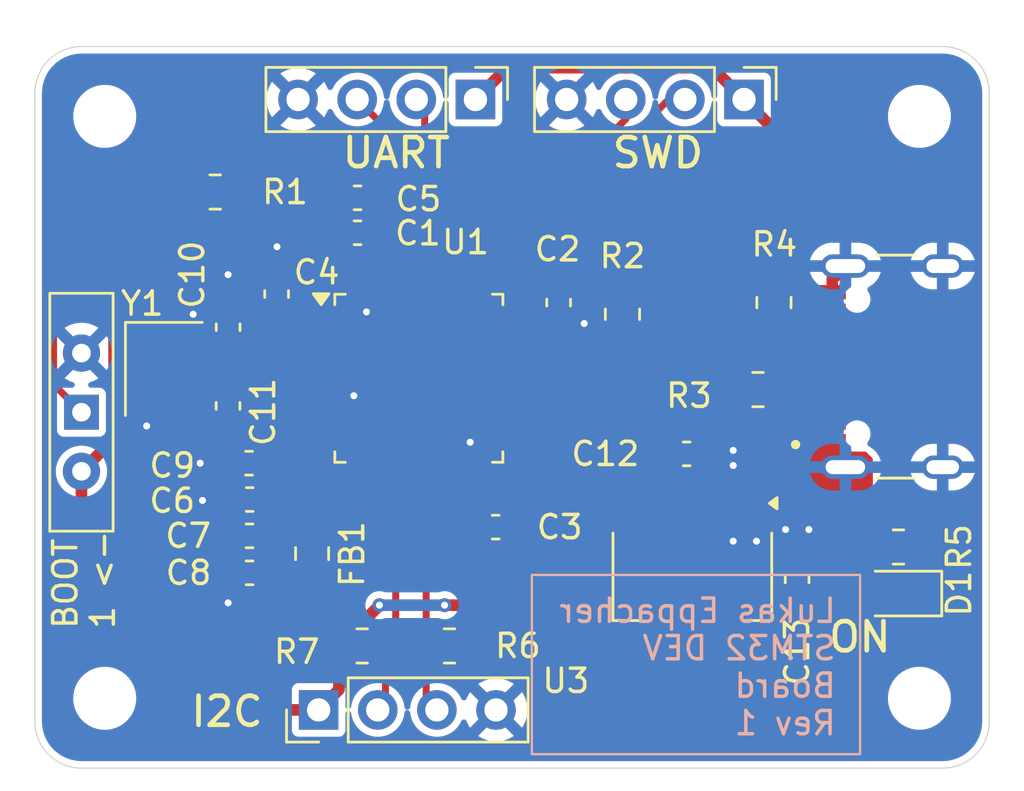
<source format=kicad_pcb>
(kicad_pcb (version 20241229) (generator "pcbnew") (generator_version "9.0")
  (layers (0 "F.Cu" signal) (2 "B.Cu" power) (13 "F.Paste" user) (15 "B.Paste" user) (5 "F.SilkS" user "F.Silkscreen") (7 "B.SilkS" user "B.Silkscreen") (1 "F.Mask" user) (3 "B.Mask" user) (25 "Edge.Cuts" user))
  (net 0 "")
  (net 1 "GND")
  (net 2 "+3.3V")
  (net 3 "+3.3VA")
  (net 4 "/NRST")
  (net 5 "/HSE_IN")
  (net 6 "VBUS")
  (net 7 "/PWR_LED_Kath")
  (net 8 "/SWDIO")
  (net 9 "/SWCLK")
  (net 10 "/USART_RX")
  (net 11 "/USART_TX")
  (net 12 "/I2C_SCL")
  (net 13 "/I2C_SDA")
  (net 14 "/USB_D+")
  (net 17 "/USB_D-")
  (net 18 "Net-(J5-CC1)")
  (net 19 "Net-(J5-CC2)")
  (net 20 "/BOOT0")
  (net 21 "/SW_BOOT0")
  (net 49 "/HSE_OUT")
  (footprint "ctm:WURTH_629722000214" (layer "F.Cu") (at 163.5 128.25 90)
    (property "Reference" "J5" (hide yes))
    (property "Value" "629722000214" (hide yes))
    (pad "" np_thru_hole circle (at -2.89 -3.68 90) (size 0.65 0.65) (drill 0.65) (layers "*.Cu" "*.Mask"))
    (pad "" np_thru_hole circle (at 2.89 -3.68 90) (size 0.65 0.65) (drill 0.65) (layers "*.Cu" "*.Mask"))
    (pad "A1" smd custom (at -3.35 -4.745 90) (size 0.3 1.15) (layers "F.Cu") (net 1 "GND") (options (clearance outline) (anchor rect)) (primitives (gr_poly (pts (xy -0.15 -0.575) (xy -0.15 0.575) (xy 0.45 0.575) (xy 0.45 -0.575)) (width 0.01) (fill yes))))
    (pad "A4" smd custom (at -2.55 -4.745 90) (size 0.3 1.15) (layers "F.Cu") (net 6 "VBUS") (options (clearance outline) (anchor rect)) (primitives (gr_poly (pts (xy -0.15 -0.575) (xy -0.15 0.575) (xy 0.45 0.575) (xy 0.45 -0.575)) (width 0.01) (fill yes))))
    (pad "A5" smd rect (at -1.25 -4.745 90) (size 0.3 1.15) (layers "F.Cu" "F.Mask" "F.Paste") (net 18 "Net-(J5-CC1)"))
    (pad "A6" smd rect (at -0.25 -4.745 90) (size 0.3 1.15) (layers "F.Cu" "F.Mask" "F.Paste") (net 14 "/USB_D+"))
    (pad "A7" smd rect (at 0.25 -4.745 90) (size 0.3 1.15) (layers "F.Cu" "F.Mask" "F.Paste") (net 17 "/USB_D-"))
    (pad "A8" smd rect (at 1.25 -4.745 90) (size 0.3 1.15) (layers "F.Cu" "F.Mask" "F.Paste"))
    (pad "A9" smd custom (at 2.55 -4.745 90) (size 0.3 1.15) (layers "F.Cu") (net 6 "VBUS") (options (clearance outline) (anchor rect)) (primitives (gr_poly (pts (xy -0.45 -0.575) (xy -0.45 0.575) (xy 0.15 0.575) (xy 0.15 -0.575)) (width 0.01) (fill yes))))
    (pad "A12" smd custom (at 3.35 -4.745 90) (size 0.3 1.15) (layers "F.Cu") (net 1 "GND") (options (clearance outline) (anchor rect)) (primitives (gr_poly (pts (xy -0.45 -0.575) (xy -0.45 0.575) (xy 0.15 0.575) (xy 0.15 -0.575)) (width 0.01) (fill yes))))
    (pad "B1" smd rect (at 3.05 -4.745 90) (size 0.3 1.15) (layers "F.Cu") (net 1 "GND"))
    (pad "B4" smd rect (at 2.25 -4.745 90) (size 0.3 1.15) (layers "F.Cu") (net 6 "VBUS"))
    (pad "B5" smd rect (at 1.75 -4.745 90) (size 0.3 1.15) (layers "F.Cu" "F.Mask" "F.Paste") (net 19 "Net-(J5-CC2)"))
    (pad "B6" smd rect (at 0.75 -4.745 90) (size 0.3 1.15) (layers "F.Cu" "F.Mask" "F.Paste") (net 14 "/USB_D+"))
    (pad "B7" smd rect (at -0.75 -4.745 90) (size 0.3 1.15) (layers "F.Cu" "F.Mask" "F.Paste") (net 17 "/USB_D-"))
    (pad "B8" smd rect (at -1.75 -4.745 90) (size 0.3 1.15) (layers "F.Cu" "F.Mask" "F.Paste"))
    (pad "B9" smd rect (at -2.25 -4.745 90) (size 0.3 1.15) (layers "F.Cu") (net 6 "VBUS"))
    (pad "B12" smd rect (at -3.05 -4.745 90) (size 0.3 1.15) (layers "F.Cu") (net 1 "GND"))
    (pad "S1" thru_hole oval (at -4.32 -4.18 90) (size 1 2.1) (drill oval 0.6 1.7) (layers "*.Cu" "*.Mask") (net 1 "GND"))
    (pad "S2" thru_hole oval (at 4.32 -4.18 90) (size 1 2.1) (drill oval 0.6 1.7) (layers "*.Cu" "*.Mask") (net 1 "GND"))
    (pad "S3" thru_hole oval (at -4.32 0 90) (size 1 1.8) (drill oval 0.6 1.4) (layers "*.Cu" "*.Mask") (net 1 "GND"))
    (pad "S4" thru_hole oval (at 4.32 0 90) (size 1 1.8) (drill oval 0.6 1.4) (layers "*.Cu" "*.Mask") (net 1 "GND"))
  )
  (footprint "Capacitor_SMD:C_0603_1608Metric_Pad1.08x0.95mm_HandSolder" (layer "F.Cu") (at 147 125.5 -90)
    (property "Reference" "C2" (at -2.29174 0.044951 180) (layer "F.SilkS"))
    (property "Value" "100n")
    (pad "1" smd roundrect (at -0.8625 0 270) (size 1.075 0.95) (layers "F.Cu" "F.Mask" "F.Paste") (net 2 "+3.3V"))
    (pad "2" smd roundrect (at 0.8625 0 270) (size 1.075 0.95) (layers "F.Cu" "F.Mask" "F.Paste") (net 1 "GND"))
  )
  (footprint "Capacitor_SMD:C_0603_1608Metric_Pad1.08x0.95mm_HandSolder" (layer "F.Cu") (at 157.245 137.3875 90)
    (property "Reference" "C13" (at -3.1125 0 270) (layer "F.SilkS"))
    (property "Value" "4u7")
    (pad "1" smd roundrect (at -0.8625 0 90) (size 1.075 0.95) (layers "F.Cu" "F.Mask" "F.Paste") (net 2 "+3.3V"))
    (pad "2" smd roundrect (at 0.8625 0 90) (size 1.075 0.95) (layers "F.Cu" "F.Mask" "F.Paste") (net 1 "GND"))
  )
  (footprint "Resistor_SMD:R_0805_2012Metric_Pad1.20x1.40mm_HandSolder" (layer "F.Cu") (at 156.25 125.5 -90)
    (property "Reference" "R4" (at -2.5 -0.016746 180) (layer "F.SilkS"))
    (property "Value" "5k1")
    (pad "1" smd roundrect (at -1 0 270) (size 1.2 1.4) (layers "F.Cu" "F.Mask" "F.Paste") (roundrect_rratio 0.208333) (net 6 "VBUS"))
    (pad "2" smd roundrect (at 1 0 270) (size 1.2 1.4) (layers "F.Cu" "F.Mask" "F.Paste") (roundrect_rratio 0.208333) (net 19 "Net-(J5-CC2)"))
  )
  (footprint "Capacitor_SMD:C_0603_1608Metric_Pad1.08x0.95mm_HandSolder" (layer "F.Cu") (at 144.293342 135.146671 180)
    (property "Reference" "C3" (at -2.75 0 0) (layer "F.SilkS"))
    (property "Value" "100n")
    (pad "1" smd roundrect (at -0.8625 0 180) (size 1.075 0.95) (layers "F.Cu" "F.Mask" "F.Paste") (net 2 "+3.3V"))
    (pad "2" smd roundrect (at 0.8625 0 180) (size 1.075 0.95) (layers "F.Cu" "F.Mask" "F.Paste") (net 1 "GND"))
  )
  (footprint "Crystal:Crystal_SMD_3225-4Pin_3.2x2.5mm" (layer "F.Cu") (at 130.039237 128.35 -90)
    (property "Reference" "Y1" (at -2.811749 0.929722 0) (layer "F.SilkS"))
    (property "Value" "16MHz")
    (pad "1" smd rect (at -1.1 0.85 270) (size 1.4 1.2) (layers "F.Cu" "F.Mask" "F.Paste") (net 5 "/HSE_IN"))
    (pad "2" smd rect (at 1.1 0.85 270) (size 1.4 1.2) (layers "F.Cu" "F.Mask" "F.Paste") (net 1 "GND"))
    (pad "3" smd rect (at 1.1 -0.85 270) (size 1.4 1.2) (layers "F.Cu" "F.Mask" "F.Paste") (net 49 "/HSE_OUT"))
    (pad "4" smd rect (at -1.1 -0.85 270) (size 1.4 1.2) (layers "F.Cu" "F.Mask" "F.Paste") (net 1 "GND"))
  )
  (footprint "Capacitor_SMD:C_0603_1608Metric_Pad1.08x0.95mm_HandSolder" (layer "F.Cu") (at 134.883452 125.133805 90)
    (property "Reference" "C4" (at 0.933805 1.716548 180) (layer "F.SilkS"))
    (property "Value" "100n")
    (pad "1" smd roundrect (at -0.8625 0 90) (size 1.075 0.95) (layers "F.Cu" "F.Mask" "F.Paste") (net 2 "+3.3V"))
    (pad "2" smd roundrect (at 0.8625 0 90) (size 1.075 0.95) (layers "F.Cu" "F.Mask" "F.Paste") (net 1 "GND"))
  )
  (footprint "Connector_PinHeader_2.54mm:PinHeader_1x04_P2.54mm_Vertical" (layer "F.Cu") (at 154.964839 116.775135 -90)
    (property "Reference" "J2" (hide yes))
    (property "Value" "Conn_01x04_Pin" (hide yes))
    (pad "1" thru_hole rect (at 0 0 270) (size 1.7 1.7) (drill 1) (layers "*.Cu" "*.Mask") (net 2 "+3.3V"))
    (pad "2" thru_hole circle (at 0 2.54 270) (size 1.7 1.7) (drill 1) (layers "*.Cu" "*.Mask") (net 8 "/SWDIO"))
    (pad "3" thru_hole circle (at 0 5.08 270) (size 1.7 1.7) (drill 1) (layers "*.Cu" "*.Mask") (net 9 "/SWCLK"))
    (pad "4" thru_hole circle (at 0 7.62 270) (size 1.7 1.7) (drill 1) (layers "*.Cu" "*.Mask") (net 1 "GND"))
  )
  (footprint "Package_QFP:LQFP-48_7x7mm_P0.5mm" (layer "F.Cu") (at 140.995 128.75)
    (property "Reference" "U1" (at 2.005 -5.85 0) (layer "F.SilkS"))
    (property "Value" "STM32F103C8T6")
    (pad "1" smd roundrect (at -4.1625 -2.75) (size 1.475 0.3) (layers "F.Cu" "F.Mask" "F.Paste") (net 2 "+3.3V"))
    (pad "2" smd roundrect (at -4.1625 -2.25) (size 1.475 0.3) (layers "F.Cu" "F.Mask" "F.Paste"))
    (pad "3" smd roundrect (at -4.1625 -1.75) (size 1.475 0.3) (layers "F.Cu" "F.Mask" "F.Paste"))
    (pad "4" smd roundrect (at -4.1625 -1.25) (size 1.475 0.3) (layers "F.Cu" "F.Mask" "F.Paste"))
    (pad "5" smd roundrect (at -4.1625 -0.75) (size 1.475 0.3) (layers "F.Cu" "F.Mask" "F.Paste") (net 5 "/HSE_IN"))
    (pad "6" smd roundrect (at -4.1625 -0.25) (size 1.475 0.3) (layers "F.Cu" "F.Mask" "F.Paste") (net 49 "/HSE_OUT"))
    (pad "7" smd roundrect (at -4.1625 0.25) (size 1.475 0.3) (layers "F.Cu" "F.Mask" "F.Paste") (net 4 "/NRST"))
    (pad "8" smd roundrect (at -4.1625 0.75) (size 1.475 0.3) (layers "F.Cu" "F.Mask" "F.Paste") (net 1 "GND"))
    (pad "9" smd roundrect (at -4.1625 1.25) (size 1.475 0.3) (layers "F.Cu" "F.Mask" "F.Paste") (net 3 "+3.3VA"))
    (pad "10" smd roundrect (at -4.1625 1.75) (size 1.475 0.3) (layers "F.Cu" "F.Mask" "F.Paste"))
    (pad "11" smd roundrect (at -4.1625 2.25) (size 1.475 0.3) (layers "F.Cu" "F.Mask" "F.Paste"))
    (pad "12" smd roundrect (at -4.1625 2.75) (size 1.475 0.3) (layers "F.Cu" "F.Mask" "F.Paste"))
    (pad "13" smd roundrect (at -2.75 4.1625) (size 0.3 1.475) (layers "F.Cu" "F.Mask" "F.Paste"))
    (pad "14" smd roundrect (at -2.25 4.1625) (size 0.3 1.475) (layers "F.Cu" "F.Mask" "F.Paste"))
    (pad "15" smd roundrect (at -1.75 4.1625) (size 0.3 1.475) (layers "F.Cu" "F.Mask" "F.Paste"))
    (pad "16" smd roundrect (at -1.25 4.1625) (size 0.3 1.475) (layers "F.Cu" "F.Mask" "F.Paste"))
    (pad "17" smd roundrect (at -0.75 4.1625) (size 0.3 1.475) (layers "F.Cu" "F.Mask" "F.Paste"))
    (pad "18" smd roundrect (at -0.25 4.1625) (size 0.3 1.475) (layers "F.Cu" "F.Mask" "F.Paste"))
    (pad "19" smd roundrect (at 0.25 4.1625) (size 0.3 1.475) (layers "F.Cu" "F.Mask" "F.Paste"))
    (pad "20" smd roundrect (at 0.75 4.1625) (size 0.3 1.475) (layers "F.Cu" "F.Mask" "F.Paste"))
    (pad "21" smd roundrect (at 1.25 4.1625) (size 0.3 1.475) (layers "F.Cu" "F.Mask" "F.Paste") (net 12 "/I2C_SCL"))
    (pad "22" smd roundrect (at 1.75 4.1625) (size 0.3 1.475) (layers "F.Cu" "F.Mask" "F.Paste") (net 13 "/I2C_SDA"))
    (pad "23" smd roundrect (at 2.25 4.1625) (size 0.3 1.475) (layers "F.Cu" "F.Mask" "F.Paste") (net 1 "GND"))
    (pad "24" smd roundrect (at 2.75 4.1625) (size 0.3 1.475) (layers "F.Cu" "F.Mask" "F.Paste") (net 2 "+3.3V"))
    (pad "25" smd roundrect (at 4.1625 2.75) (size 1.475 0.3) (layers "F.Cu" "F.Mask" "F.Paste"))
    (pad "26" smd roundrect (at 4.1625 2.25) (size 1.475 0.3) (layers "F.Cu" "F.Mask" "F.Paste"))
    (pad "27" smd roundrect (at 4.1625 1.75) (size 1.475 0.3) (layers "F.Cu" "F.Mask" "F.Paste"))
    (pad "28" smd roundrect (at 4.1625 1.25) (size 1.475 0.3) (layers "F.Cu" "F.Mask" "F.Paste"))
    (pad "29" smd roundrect (at 4.1625 0.75) (size 1.475 0.3) (layers "F.Cu" "F.Mask" "F.Paste"))
    (pad "30" smd roundrect (at 4.1625 0.25) (size 1.475 0.3) (layers "F.Cu" "F.Mask" "F.Paste"))
    (pad "31" smd roundrect (at 4.1625 -0.25) (size 1.475 0.3) (layers "F.Cu" "F.Mask" "F.Paste"))
    (pad "32" smd roundrect (at 4.1625 -0.75) (size 1.475 0.3) (layers "F.Cu" "F.Mask" "F.Paste") (net 17 "/USB_D-"))
    (pad "33" smd roundrect (at 4.1625 -1.25) (size 1.475 0.3) (layers "F.Cu" "F.Mask" "F.Paste") (net 14 "/USB_D+"))
    (pad "34" smd roundrect (at 4.1625 -1.75) (size 1.475 0.3) (layers "F.Cu" "F.Mask" "F.Paste") (net 8 "/SWDIO"))
    (pad "35" smd roundrect (at 4.1625 -2.25) (size 1.475 0.3) (layers "F.Cu" "F.Mask" "F.Paste") (net 1 "GND"))
    (pad "36" smd roundrect (at 4.1625 -2.75) (size 1.475 0.3) (layers "F.Cu" "F.Mask" "F.Paste") (net 2 "+3.3V"))
    (pad "37" smd roundrect (at 2.75 -4.1625) (size 0.3 1.475) (layers "F.Cu" "F.Mask" "F.Paste") (net 9 "/SWCLK"))
    (pad "38" smd roundrect (at 2.25 -4.1625) (size 0.3 1.475) (layers "F.Cu" "F.Mask" "F.Paste"))
    (pad "39" smd roundrect (at 1.75 -4.1625) (size 0.3 1.475) (layers "F.Cu" "F.Mask" "F.Paste"))
    (pad "40" smd roundrect (at 1.25 -4.1625) (size 0.3 1.475) (layers "F.Cu" "F.Mask" "F.Paste"))
    (pad "41" smd roundrect (at 0.75 -4.1625) (size 0.3 1.475) (layers "F.Cu" "F.Mask" "F.Paste"))
    (pad "42" smd roundrect (at 0.25 -4.1625) (size 0.3 1.475) (layers "F.Cu" "F.Mask" "F.Paste") (net 11 "/USART_TX"))
    (pad "43" smd roundrect (at -0.25 -4.1625) (size 0.3 1.475) (layers "F.Cu" "F.Mask" "F.Paste") (net 10 "/USART_RX"))
    (pad "44" smd roundrect (at -0.75 -4.1625) (size 0.3 1.475) (layers "F.Cu" "F.Mask" "F.Paste") (net 20 "/BOOT0"))
    (pad "45" smd roundrect (at -1.25 -4.1625) (size 0.3 1.475) (layers "F.Cu" "F.Mask" "F.Paste"))
    (pad "46" smd roundrect (at -1.75 -4.1625) (size 0.3 1.475) (layers "F.Cu" "F.Mask" "F.Paste"))
    (pad "47" smd roundrect (at -2.25 -4.1625) (size 0.3 1.475) (layers "F.Cu" "F.Mask" "F.Paste") (net 1 "GND"))
    (pad "48" smd roundrect (at -2.75 -4.1625) (size 0.3 1.475) (layers "F.Cu" "F.Mask" "F.Paste") (net 2 "+3.3V"))
  )
  (footprint "Resistor_SMD:R_0805_2012Metric_Pad1.20x1.40mm_HandSolder" (layer "F.Cu") (at 155.563132 129.237216)
    (property "Reference" "R3" (at -2.963132 0.262784 0) (layer "F.SilkS"))
    (property "Value" "5k1")
    (pad "1" smd roundrect (at -1 0) (size 1.2 1.4) (layers "F.Cu" "F.Mask" "F.Paste") (roundrect_rratio 0.208333) (net 6 "VBUS"))
    (pad "2" smd roundrect (at 1 0) (size 1.2 1.4) (layers "F.Cu" "F.Mask" "F.Paste") (roundrect_rratio 0.208333) (net 18 "Net-(J5-CC1)"))
  )
  (footprint "Resistor_SMD:R_0805_2012Metric_Pad1.20x1.40mm_HandSolder" (layer "F.Cu") (at 149.742817 126 90)
    (property "Reference" "R2" (at 2.5 0 180) (layer "F.SilkS"))
    (property "Value" "1k5")
    (pad "1" smd roundrect (at -1 0 90) (size 1.2 1.4) (layers "F.Cu" "F.Mask" "F.Paste") (roundrect_rratio 0.208333) (net 14 "/USB_D+"))
    (pad "2" smd roundrect (at 1 0 90) (size 1.2 1.4) (layers "F.Cu" "F.Mask" "F.Paste") (roundrect_rratio 0.208333) (net 2 "+3.3V"))
  )
  (footprint "MountingHole:MountingHole_2.2mm_M2" (layer "F.Cu") (at 162.5 117.5)
    (property "Reference" "H3" (hide yes))
    (property "Value" "MountingHole" (hide yes))
    (pad "" np_thru_hole circle (at 0 0) (size 2.2 2.2) (drill 2.2) (layers "*.Cu" "*.Mask"))
  )
  (footprint "Capacitor_SMD:C_0603_1608Metric_Pad1.08x0.95mm_HandSolder" (layer "F.Cu") (at 133.728034 133.96095 180)
    (property "Reference" "C6" (at 3.328034 -0.053532 0) (layer "F.SilkS"))
    (property "Value" "10n")
    (pad "1" smd roundrect (at -0.8625 0 180) (size 1.075 0.95) (layers "F.Cu" "F.Mask" "F.Paste") (net 3 "+3.3VA"))
    (pad "2" smd roundrect (at 0.8625 0 180) (size 1.075 0.95) (layers "F.Cu" "F.Mask" "F.Paste") (net 1 "GND"))
  )
  (footprint "Resistor_SMD:R_0805_2012Metric_Pad1.20x1.40mm_HandSolder" (layer "F.Cu") (at 138.56 140.25 180)
    (property "Reference" "R7" (at 2.81 -0.25 0) (layer "F.SilkS"))
    (property "Value" "1k5")
    (pad "1" smd roundrect (at -1 0 180) (size 1.2 1.4) (layers "F.Cu" "F.Mask" "F.Paste") (roundrect_rratio 0.208333) (net 12 "/I2C_SCL"))
    (pad "2" smd roundrect (at 1 0 180) (size 1.2 1.4) (layers "F.Cu" "F.Mask" "F.Paste") (roundrect_rratio 0.208333) (net 2 "+3.3V"))
  )
  (footprint "Capacitor_SMD:C_0603_1608Metric_Pad1.08x0.95mm_HandSolder" (layer "F.Cu") (at 132.796691 129.937854 -90)
    (property "Reference" "C11" (at 0.262146 -1.503309 90) (layer "F.SilkS"))
    (property "Value" "10p")
    (pad "1" smd roundrect (at -0.8625 0 270) (size 1.075 0.95) (layers "F.Cu" "F.Mask" "F.Paste") (net 49 "/HSE_OUT"))
    (pad "2" smd roundrect (at 0.8625 0 270) (size 1.075 0.95) (layers "F.Cu" "F.Mask" "F.Paste") (net 1 "GND"))
  )
  (footprint "Capacitor_SMD:C_0603_1608Metric_Pad1.08x0.95mm_HandSolder" (layer "F.Cu") (at 132.800798 126.556802 90)
    (property "Reference" "C10" (at 2.256802 -1.544237 270) (layer "F.SilkS"))
    (property "Value" "10p")
    (pad "1" smd roundrect (at -0.8625 0 90) (size 1.075 0.95) (layers "F.Cu" "F.Mask" "F.Paste") (net 5 "/HSE_IN"))
    (pad "2" smd roundrect (at 0.8625 0 90) (size 1.075 0.95) (layers "F.Cu" "F.Mask" "F.Paste") (net 1 "GND"))
  )
  (footprint "Connector_PinHeader_2.54mm:PinHeader_1x04_P2.54mm_Vertical" (layer "F.Cu") (at 143.424839 116.775135 -90)
    (property "Reference" "J3" (hide yes))
    (property "Value" "Conn_01x04_Pin" (hide yes))
    (pad "1" thru_hole rect (at 0 0 270) (size 1.7 1.7) (drill 1) (layers "*.Cu" "*.Mask") (net 2 "+3.3V"))
    (pad "2" thru_hole circle (at 0 2.54 270) (size 1.7 1.7) (drill 1) (layers "*.Cu" "*.Mask") (net 11 "/USART_TX"))
    (pad "3" thru_hole circle (at 0 5.08 270) (size 1.7 1.7) (drill 1) (layers "*.Cu" "*.Mask") (net 10 "/USART_RX"))
    (pad "4" thru_hole circle (at 0 7.62 270) (size 1.7 1.7) (drill 1) (layers "*.Cu" "*.Mask") (net 1 "GND"))
  )
  (footprint "Capacitor_SMD:C_0603_1608Metric_Pad1.08x0.95mm_HandSolder" (layer "F.Cu") (at 138.3625 122.5)
    (property "Reference" "C1" (at 2.592192 0.018438 0) (layer "F.SilkS"))
    (property "Value" "100n")
    (pad "1" smd roundrect (at -0.8625 0) (size 1.075 0.95) (layers "F.Cu" "F.Mask" "F.Paste") (net 2 "+3.3V"))
    (pad "2" smd roundrect (at 0.8625 0) (size 1.075 0.95) (layers "F.Cu" "F.Mask" "F.Paste") (net 1 "GND"))
  )
  (footprint "Resistor_SMD:R_0805_2012Metric_Pad1.20x1.40mm_HandSolder" (layer "F.Cu") (at 142.31 140.25)
    (property "Reference" "R6" (at 2.94 0 0) (layer "F.SilkS"))
    (property "Value" "1k5")
    (pad "1" smd roundrect (at -1 0) (size 1.2 1.4) (layers "F.Cu" "F.Mask" "F.Paste") (roundrect_rratio 0.208333) (net 13 "/I2C_SDA"))
    (pad "2" smd roundrect (at 1 0) (size 1.2 1.4) (layers "F.Cu" "F.Mask" "F.Paste") (roundrect_rratio 0.208333) (net 2 "+3.3V"))
  )
  (footprint "Inductor_SMD:L_0805_2012Metric_Pad1.15x1.40mm_HandSolder" (layer "F.Cu") (at 136.408967 136.285251 -90)
    (property "Reference" "FB1" (at 0.021161 -1.717257 270) (layer "F.SilkS"))
    (property "Value" "120R")
    (pad "1" smd roundrect (at -1.025 0 270) (size 1.15 1.4) (layers "F.Cu" "F.Mask" "F.Paste") (roundrect_rratio 0.217391) (net 3 "+3.3VA"))
    (pad "2" smd roundrect (at 1.025 0 270) (size 1.15 1.4) (layers "F.Cu" "F.Mask" "F.Paste") (roundrect_rratio 0.217391) (net 2 "+3.3V"))
  )
  (footprint "Capacitor_SMD:C_0603_1608Metric_Pad1.08x0.95mm_HandSolder" (layer "F.Cu") (at 138.3625 121)
    (property "Reference" "C5" (at 2.613086 0.054963 0) (layer "F.SilkS"))
    (property "Value" "10u")
    (pad "1" smd roundrect (at -0.8625 0) (size 1.075 0.95) (layers "F.Cu" "F.Mask" "F.Paste") (net 2 "+3.3V"))
    (pad "2" smd roundrect (at 0.8625 0) (size 1.075 0.95) (layers "F.Cu" "F.Mask" "F.Paste") (net 1 "GND"))
  )
  (footprint "Resistor_SMD:R_0805_2012Metric_Pad1.20x1.40mm_HandSolder" (layer "F.Cu") (at 161.6 136)
    (property "Reference" "R5" (at 2.6 0 270) (layer "F.SilkS"))
    (property "Value" "1k5")
    (pad "1" smd roundrect (at -1 0) (size 1.2 1.4) (layers "F.Cu" "F.Mask" "F.Paste") (roundrect_rratio 0.208333) (net 1 "GND"))
    (pad "2" smd roundrect (at 1 0) (size 1.2 1.4) (layers "F.Cu" "F.Mask" "F.Paste") (roundrect_rratio 0.208333) (net 7 "/PWR_LED_Kath"))
  )
  (footprint "Button_Switch_THT:SW_Slide-03_Wuerth-WS-SLTV_10x2.5x6.4_P2.54mm" (layer "F.Cu") (at 126.5 130.21 90)
    (property "Reference" "SW1" (hide yes))
    (property "Value" "SW_Wuerth_450301014042" (hide yes))
    (pad "1" thru_hole rect (at 0 0 90) (size 1.5 1.5) (drill 0.8) (layers "*.Cu" "*.Mask") (net 21 "/SW_BOOT0"))
    (pad "2" thru_hole circle (at -2.54 0 90) (size 1.6 1.6) (drill 0.8) (layers "*.Cu" "*.Mask") (net 2 "+3.3V"))
    (pad "3" thru_hole circle (at 2.54 0 90) (size 1.6 1.6) (drill 0.8) (layers "*.Cu" "*.Mask") (net 1 "GND"))
  )
  (footprint "Package_TO_SOT_SMD:SOT-223-3_TabPin2" (layer "F.Cu") (at 152.745 137.25 -90)
    (property "Reference" "U3" (at 4.5 5.435 180) (layer "F.SilkS"))
    (property "Value" "LDL1117S33R")
    (pad "1" smd roundrect (at -3.15 -2.3 270) (size 2 1.5) (layers "F.Cu" "F.Mask" "F.Paste") (net 1 "GND"))
    (pad "2" smd roundrect (at -3.15 0 270) (size 2 1.5) (layers "F.Cu" "F.Mask" "F.Paste") (net 2 "+3.3V"))
    (pad "2" smd roundrect (at 3.15 0 270) (size 2 3.8) (layers "F.Cu" "F.Mask" "F.Paste") (net 2 "+3.3V"))
    (pad "3" smd roundrect (at -3.15 2.3 270) (size 2 1.5) (layers "F.Cu" "F.Mask" "F.Paste") (net 6 "VBUS"))
  )
  (footprint "MountingHole:MountingHole_2.2mm_M2" (layer "F.Cu") (at 162.5 142.5)
    (property "Reference" "H4" (hide yes))
    (property "Value" "MountingHole" (hide yes))
    (pad "" np_thru_hole circle (at 0 0) (size 2.2 2.2) (drill 2.2) (layers "*.Cu" "*.Mask"))
  )
  (footprint "Capacitor_SMD:C_0603_1608Metric_Pad1.08x0.95mm_HandSolder" (layer "F.Cu") (at 133.722491 135.522425 180)
    (property "Reference" "C7" (at 2.6375 0 0) (layer "F.SilkS"))
    (property "Value" "1u")
    (pad "1" smd roundrect (at -0.8625 0 180) (size 1.075 0.95) (layers "F.Cu" "F.Mask" "F.Paste") (net 3 "+3.3VA"))
    (pad "2" smd roundrect (at 0.8625 0 180) (size 1.075 0.95) (layers "F.Cu" "F.Mask" "F.Paste") (net 1 "GND"))
  )
  (footprint "Capacitor_SMD:C_0603_1608Metric_Pad1.08x0.95mm_HandSolder" (layer "F.Cu") (at 133.723016 137.110572 180)
    (property "Reference" "C8" (at 2.620475 0 0) (layer "F.SilkS"))
    (property "Value" "1u")
    (pad "1" smd roundrect (at -0.8625 0 180) (size 1.075 0.95) (layers "F.Cu" "F.Mask" "F.Paste") (net 2 "+3.3V"))
    (pad "2" smd roundrect (at 0.8625 0 180) (size 1.075 0.95) (layers "F.Cu" "F.Mask" "F.Paste") (net 1 "GND"))
  )
  (footprint "Connector_PinHeader_2.54mm:PinHeader_1x04_P2.54mm_Vertical" (layer "F.Cu") (at 136.69 143 90)
    (property "Reference" "J4" (hide yes))
    (property "Value" "Conn_01x04_Pin" (hide yes))
    (pad "1" thru_hole rect (at 0 0 90) (size 1.7 1.7) (drill 1) (layers "*.Cu" "*.Mask") (net 2 "+3.3V"))
    (pad "2" thru_hole circle (at 0 2.54 90) (size 1.7 1.7) (drill 1) (layers "*.Cu" "*.Mask") (net 12 "/I2C_SCL"))
    (pad "3" thru_hole circle (at 0 5.08 90) (size 1.7 1.7) (drill 1) (layers "*.Cu" "*.Mask") (net 13 "/I2C_SDA"))
    (pad "4" thru_hole circle (at 0 7.62 90) (size 1.7 1.7) (drill 1) (layers "*.Cu" "*.Mask") (net 1 "GND"))
  )
  (footprint "LED_SMD:LED_0805_2012Metric_Pad1.15x1.40mm_HandSolder" (layer "F.Cu") (at 161.6 138 180)
    (property "Reference" "D1" (at -2.6 0 90) (layer "F.SilkS"))
    (property "Value" "LED")
    (pad "1" smd roundrect (at -1.025 0 180) (size 1.15 1.4) (layers "F.Cu" "F.Mask" "F.Paste") (roundrect_rratio 0.217391) (net 7 "/PWR_LED_Kath"))
    (pad "2" smd roundrect (at 1.025 0 180) (size 1.15 1.4) (layers "F.Cu" "F.Mask" "F.Paste") (roundrect_rratio 0.217391) (net 2 "+3.3V"))
  )
  (footprint "Resistor_SMD:R_0805_2012Metric_Pad1.20x1.40mm_HandSolder" (layer "F.Cu") (at 132.245 120.75)
    (property "Reference" "R1" (at 3 0 180) (layer "F.SilkS"))
    (property "Value" "10k")
    (pad "1" smd roundrect (at -1 0) (size 1.2 1.4) (layers "F.Cu" "F.Mask" "F.Paste") (roundrect_rratio 0.208333) (net 21 "/SW_BOOT0"))
    (pad "2" smd roundrect (at 1 0) (size 1.2 1.4) (layers "F.Cu" "F.Mask" "F.Paste") (roundrect_rratio 0.208333) (net 20 "/BOOT0"))
  )
  (footprint "Capacitor_SMD:C_0603_1608Metric_Pad1.08x0.95mm_HandSolder" (layer "F.Cu") (at 152.5 132)
    (property "Reference" "C12" (at -3.495 0 0) (layer "F.SilkS"))
    (property "Value" "1u")
    (pad "1" smd roundrect (at -0.8625 0) (size 1.075 0.95) (layers "F.Cu" "F.Mask" "F.Paste") (net 6 "VBUS"))
    (pad "2" smd roundrect (at 0.8625 0) (size 1.075 0.95) (layers "F.Cu" "F.Mask" "F.Paste") (net 1 "GND"))
  )
  (footprint "Capacitor_SMD:C_0603_1608Metric_Pad1.08x0.95mm_HandSolder" (layer "F.Cu") (at 133.7 132.4 180)
    (property "Reference" "C9" (at 3.3 -0.1 180) (layer "F.SilkS"))
    (property "Value" "100n")
    (pad "1" smd roundrect (at -0.8625 0 180) (size 1.075 0.95) (layers "F.Cu" "F.Mask" "F.Paste") (net 4 "/NRST"))
    (pad "2" smd roundrect (at 0.8625 0 180) (size 1.075 0.95) (layers "F.Cu" "F.Mask" "F.Paste") (net 1 "GND"))
  )
  (footprint "MountingHole:MountingHole_2.2mm_M2" (layer "F.Cu") (at 127.5 142.5)
    (property "Reference" "H2" (hide yes))
    (property "Value" "MountingHole" (hide yes))
    (pad "" np_thru_hole circle (at 0 0) (size 2.2 2.2) (drill 2.2) (layers "*.Cu" "*.Mask"))
  )
  (footprint "MountingHole:MountingHole_2.2mm_M2" (layer "F.Cu") (at 127.5 117.5)
    (property "Reference" "H1" (hide yes))
    (property "Value" "MountingHole" (hide yes))
    (pad "" np_thru_hole circle (at 0 0) (size 2.2 2.2) (drill 2.2) (layers "*.Cu" "*.Mask"))
  )
  (gr_arc (start 126.5 145.5) (mid 125.085786 144.914214) (end 124.5 143.5) (stroke (width 0.05)) (layer "Edge.Cuts"))
  (gr_line (start 165.5 143.5) (end 165.5 116.5) (stroke (width 0.05)) (layer "Edge.Cuts"))
  (gr_line (start 163.5 114.5) (end 126.5 114.5) (stroke (width 0.05)) (layer "Edge.Cuts"))
  (gr_arc (start 124.5 116.5) (mid 125.085786 115.085786) (end 126.5 114.5) (stroke (width 0.05)) (layer "Edge.Cuts"))
  (gr_line (start 124.5 116.5) (end 124.5 143.5) (stroke (width 0.05)) (layer "Edge.Cuts"))
  (gr_arc (start 163.5 114.5) (mid 164.914214 115.085786) (end 165.5 116.5) (stroke (width 0.05)) (layer "Edge.Cuts"))
  (gr_arc (start 165.5 143.5) (mid 164.914214 144.914214) (end 163.5 145.5) (stroke (width 0.05)) (layer "Edge.Cuts"))
  (gr_line (start 126.5 145.5) (end 163.5 145.5) (stroke (width 0.05)) (layer "Edge.Cuts"))
  (gr_text "I2C" (at 131.1 143.8 0) (layer "F.SilkS") (effects (font (size 1.25 1.25) (thickness 0.2) (bold yes)) (justify left bottom)))
  (gr_text "SWD" (at 149.2 119.8 0) (layer "F.SilkS") (effects (font (size 1.25 1.25) (thickness 0.2) (bold yes)) (justify left bottom)))
  (gr_text "ON" (at 158.5 140.6 0) (layer "F.SilkS") (effects (font (size 1.25 1.25) (thickness 0.2) (bold yes)) (justify left bottom)))
  (gr_text "BOOT\n1 <- " (at 128 139.6 90) (layer "F.SilkS") (effects (font (size 1 1)) (justify left bottom)))
  (gr_text "UART" (at 137.6 119.8 0) (layer "F.SilkS") (effects (font (size 1.25 1.25) (thickness 0.2) (bold yes)) (justify left bottom)))
  (gr_text_box "Lukas Eppacher\nSTM32 DEV Board\nRev 1" (start 145.85 137.2) (end 159.95 144.9) (margins 1.0025 1.0025 1.0025 1.0025) (layer "B.SilkS") (effects (font (size 1 1)) (justify left top mirror)) (border yes) (stroke (width 0.1)))
  (segment (start 143.245 132.9125) (end 143.245 134.960829) (width 0.3) (layer "F.Cu") (net 1))
  (segment (start 145.1575 126.5) (end 146.8625 126.5) (width 0.3) (layer "F.Cu") (net 1))
  (segment (start 132.800798 125.694302) (end 132.444935 125.694302) (width 0.3) (layer "F.Cu") (net 1))
  (segment (start 134.883452 123.116548) (end 134.9 123.1) (width 0.3) (layer "F.Cu") (net 1))
  (segment (start 129.3 130.721526) (end 129.189237 130.610763) (width 0.3) (layer "F.Cu") (net 1))
  (segment (start 132.8375 132.4) (end 131.6 132.4) (width 0.3) (layer "F.Cu") (net 1))
  (segment (start 132.8 124.3) (end 132.8 124.6) (width 0.3) (layer "F.Cu") (net 1))
  (segment (start 131.73905 133.96095) (end 131.7 134) (width 0.5) (layer "F.Cu") (net 1))
  (segment (start 132.859991 135.522425) (end 132.859991 133.966493) (width 0.5) (layer "F.Cu") (net 1))
  (segment (start 136.8325 129.5) (end 138.2 129.5) (width 0.3) (layer "F.Cu") (net 1))
  (segment (start 139.225 121) (end 139.225 122.5) (width 0.5) (layer "F.Cu") (net 1))
  (segment (start 132.800798 124.600798) (end 132.800798 125.694302) (width 0.3) (layer "F.Cu") (net 1))
  (segment (start 132.8 124.6) (end 132.800798 124.600798) (width 0.3) (layer "F.Cu") (net 1))
  (segment (start 132.859991 133.966493) (end 132.865534 133.96095) (width 0.5) (layer "F.Cu") (net 1))
  (segment (start 132.860516 138.339484) (end 132.8 138.4) (width 0.5) (layer "F.Cu") (net 1))
  (segment (start 138.745 122.98) (end 139.225 122.5) (width 0.3) (layer "F.Cu") (net 1))
  (segment (start 138.745 124.5875) (end 138.745 122.98) (width 0.3) (layer "F.Cu") (net 1))
  (segment (start 146.8625 126.5) (end 147 126.3625) (width 0.3) (layer "F.Cu") (net 1))
  (segment (start 129.189237 130.610763) (end 129.189237 129.45) (width 0.3) (layer "F.Cu") (net 1))
  (segment (start 143.245 131.545) (end 143.2 131.5) (width 0.3) (layer "F.Cu") (net 1))
  (segment (start 148.0625 126.3625) (end 148.1 126.4) (width 0.3) (layer "F.Cu") (net 1))
  (segment (start 143.2 131.5) (end 143.3 131.4) (width 0.3) (layer "F.Cu") (net 1))
  (segment (start 158.755 124.495) (end 159.32 123.93) (width 0.5) (layer "F.Cu") (net 1))
  (segment (start 138.745 125.9) (end 138.745 124.5875) (width 0.3) (layer "F.Cu") (net 1))
  (segment (start 131.2 126) (end 130.889237 126.310763) (width 0.3) (layer "F.Cu") (net 1))
  (segment (start 143.245 132.9125) (end 143.245 131.545) (width 0.3) (layer "F.Cu") (net 1))
  (segment (start 130.889237 126.310763) (end 130.889237 127.25) (width 0.3) (layer "F.Cu") (net 1))
  (segment (start 134.883452 124.271305) (end 134.883452 123.116548) (width 0.3) (layer "F.Cu") (net 1))
  (segment (start 143.245 134.960829) (end 143.430842 135.146671) (width 0.3) (layer "F.Cu") (net 1))
  (segment (start 158.755 124.9) (end 158.755 124.495) (width 0.5) (layer "F.Cu") (net 1))
  (segment (start 147 126.3625) (end 148.0625 126.3625) (width 0.3) (layer "F.Cu") (net 1))
  (segment (start 132.865534 133.96095) (end 131.73905 133.96095) (width 0.5) (layer "F.Cu") (net 1))
  (segment (start 129.3 130.800354) (end 129.3 130.721526) (width 0.3) (layer "F.Cu") (net 1))
  (segment (start 132.865534 130.869197) (end 132.796691 130.800354) (width 0.5) (layer "F.Cu") (net 1))
  (segment (start 129.3 130.800354) (end 132.796691 130.800354) (width 0.3) (layer "F.Cu") (net 1))
  (segment (start 132.860516 137.110572) (end 132.860516 138.339484) (width 0.5) (layer "F.Cu") (net 1))
  (segment (start 131.3 126) (end 131.2 126) (width 0.3) (layer "F.Cu") (net 1))
  (via (at 131.3 126) (size 0.6) (drill 0.3) (layers "F.Cu" "B.Cu") (net 1))
  (via (at 143.2 131.5) (size 0.6) (drill 0.3) (layers "F.Cu" "B.Cu") (net 1))
  (via (at 148.1 126.4) (size 0.6) (drill 0.3) (layers "F.Cu" "B.Cu") (net 1))
  (via (at 154.5 131.85) (size 0.6) (drill 0.3) (layers "F.Cu" "B.Cu") (net 1))
  (via (at 132.8 138.4) (size 0.6) (drill 0.3) (layers "F.Cu" "B.Cu") (net 1))
  (via (at 156.75 135.25) (size 0.6) (drill 0.3) (layers "F.Cu" "B.Cu") (net 1))
  (via (at 154.5 135.75) (size 0.6) (drill 0.3) (layers "F.Cu" "B.Cu") (net 1))
  (via (at 138.2 129.5) (size 0.6) (drill 0.3) (layers "F.Cu" "B.Cu") (net 1))
  (via (at 155.5 135.75) (size 0.6) (drill 0.3) (layers "F.Cu" "B.Cu") (net 1))
  (via (at 132.8 124.3) (size 0.6) (drill 0.3) (layers "F.Cu" "B.Cu") (net 1))
  (via (at 154.5 132.5) (size 0.6) (drill 0.3) (layers "F.Cu" "B.Cu") (net 1))
  (via (at 131.7 134) (size 0.6) (drill 0.3) (layers "F.Cu" "B.Cu") (net 1))
  (via (at 134.9 123.1) (size 0.6) (drill 0.3) (layers "F.Cu" "B.Cu") (net 1))
  (via (at 138.745 125.9) (size 0.6) (drill 0.3) (layers "F.Cu" "B.Cu") (net 1))
  (via (at 157.75 135.25) (size 0.6) (drill 0.3) (layers "F.Cu" "B.Cu") (net 1))
  (via (at 131.6 132.4) (size 0.6) (drill 0.3) (layers "F.Cu" "B.Cu") (net 1))
  (via (at 129.3 130.800354) (size 0.6) (drill 0.3) (layers "F.Cu" "B.Cu") (net 1))
  (segment (start 139.3 138.5) (end 139.3 138.51) (width 0.5) (layer "F.Cu") (net 2))
  (segment (start 153.597895 115.408191) (end 144.791783 115.408191) (width 0.5) (layer "F.Cu") (net 2))
  (segment (start 149.742817 125) (end 147.3625 125) (width 0.5) (layer "F.Cu") (net 2))
  (segment (start 133.8 124.912853) (end 134.883452 125.996305) (width 0.5) (layer "F.Cu") (net 2))
  (segment (start 133 123) (end 133.52931 123) (width 0.5) (layer "F.Cu") (net 2))
  (segment (start 147.3625 125) (end 147 124.6375) (width 0.5) (layer "F.Cu") (net 2))
  (segment (start 133 123) (end 133.3 123) (width 0.5) (layer "F.Cu") (net 2))
  (segment (start 139.3 138.51) (end 137.56 140.25) (width 0.5) (layer "F.Cu") (net 2))
  (segment (start 136.408967 139.098967) (end 137.56 140.25) (width 0.5) (layer "F.Cu") (net 2))
  (segment (start 138.245 124.5875) (end 138.245 123.245) (width 0.3) (layer "F.Cu") (net 2))
  (segment (start 137.56 140.25) (end 137.56 142.13) (width 0.5) (layer "F.Cu") (net 2))
  (segment (start 143.745 132.9125) (end 143.745 133.735829) (width 0.3) (layer "F.Cu") (net 2))
  (segment (start 133.3 123) (end 133.8 123.5) (width 0.5) (layer "F.Cu") (net 2))
  (segment (start 148.6 138.5) (end 143.3 138.5) (width 0.5) (layer "F.Cu") (net 2))
  (segment (start 151.3 125) (end 149.742817 125) (width 0.5) (layer "F.Cu") (net 2))
  (segment (start 134.883452 125.996305) (end 136.828805 125.996305) (width 0.3) (layer "F.Cu") (net 2))
  (segment (start 157.3 143.7) (end 149.6 143.7) (width 0.5) (layer "F.Cu") (net 2))
  (segment (start 163.2 140.2) (end 164.3 139.1) (width 0.5) (layer "F.Cu") (net 2))
  (segment (start 129.9 123) (end 133 123) (width 0.5) (layer "F.Cu") (net 2))
  (segment (start 148.6 142.7) (end 148.6 138.5) (width 0.5) (layer "F.Cu") (net 2))
  (segment (start 136.408967 137.310251) (end 136.408967 139.098967) (width 0.5) (layer "F.Cu") (net 2))
  (segment (start 160.325 138.25) (end 160.575 138) (width 0.5) (layer "F.Cu") (net 2))
  (segment (start 133.8 123.5) (end 133.8 124.912853) (width 0.5) (layer "F.Cu") (net 2))
  (segment (start 138.245 123.245) (end 137.5 122.5) (width 0.3) (layer "F.Cu") (net 2))
  (segment (start 157.244852 119.055148) (end 154.964839 116.775135) (width 0.5) (layer "F.Cu") (net 2))
  (segment (start 158.8 138.25) (end 160.325 138.25) (width 0.5) (layer "F.Cu") (net 2))
  (segment (start 143.745 133.735829) (end 145.155842 135.146671) (width 0.3) (layer "F.Cu") (net 2))
  (segment (start 164.3 135.901708) (end 161.4 133.001708) (width 0.5) (layer "F.Cu") (net 2))
  (segment (start 126.5 132.75) (end 126.5 134.2) (width 0.5) (layer "F.Cu") (net 2))
  (segment (start 127.9 125) (end 129.9 123) (width 0.5) (layer "F.Cu") (net 2))
  (segment (start 136.828805 125.996305) (end 136.8325 126) (width 0.3) (layer "F.Cu") (net 2))
  (segment (start 136.408967 137.310251) (end 134.785195 137.310251) (width 0.5) (layer "F.Cu") (net 2))
  (segment (start 161.4 133.001708) (end 161.4 123.210296) (width 0.5) (layer "F.Cu") (net 2))
  (segment (start 158.8 142.2) (end 157.3 143.7) (width 0.5) (layer "F.Cu") (net 2))
  (segment (start 148.6 137.2) (end 146.546671 135.146671) (width 0.5) (layer "F.Cu") (net 2))
  (segment (start 135.52931 121) (end 137.5 121) (width 0.5) (layer "F.Cu") (net 2))
  (segment (start 146.546671 135.146671) (end 145.155842 135.146671) (width 0.5) (layer "F.Cu") (net 2))
  (segment (start 164.3 139.1) (end 164.3 135.901708) (width 0.5) (layer "F.Cu") (net 2))
  (segment (start 157.244852 119.055148) (end 151.3 125) (width 0.5) (layer "F.Cu") (net 2))
  (segment (start 143.3 138.5) (end 143.3 138.8) (width 0.5) (layer "F.Cu") (net 2))
  (segment (start 145.1575 126) (end 145.6375 126) (width 0.3) (layer "F.Cu") (net 2))
  (segment (start 126.5 132.75) (end 127.9 131.35) (width 0.5) (layer "F.Cu") (net 2))
  (segment (start 126.5 134.2) (end 135.3 143) (width 0.5) (layer "F.Cu") (net 2))
  (segment (start 157.245 138.25) (end 158.8 138.25) (width 0.5) (layer "F.Cu") (net 2))
  (segment (start 137.56 142.13) (end 136.69 143) (width 0.5) (layer "F.Cu") (net 2))
  (segment (start 135.3 143) (end 136.69 143) (width 0.5) (layer "F.Cu") (net 2))
  (segment (start 144.791783 115.408191) (end 143.424839 116.775135) (width 0.5) (layer "F.Cu") (net 2))
  (segment (start 137.5 121) (end 137.5 122.5) (width 0.5) (layer "F.Cu") (net 2))
  (segment (start 148.6 138.5) (end 148.6 137.2) (width 0.5) (layer "F.Cu") (net 2))
  (segment (start 149.6 143.7) (end 148.6 142.7) (width 0.5) (layer "F.Cu") (net 2))
  (segment (start 161.4 123.210296) (end 157.244852 119.055148) (width 0.5) (layer "F.Cu") (net 2))
  (segment (start 127.9 131.35) (end 127.9 125) (width 0.5) (layer "F.Cu") (net 2))
  (segment (start 133.52931 123) (end 135.52931 121) (width 0.5) (layer "F.Cu") (net 2))
  (segment (start 154.964839 116.775135) (end 153.597895 115.408191) (width 0.5) (layer "F.Cu") (net 2))
  (segment (start 143.3 138.5) (end 142.1 138.5) (width 0.5) (layer "F.Cu") (net 2))
  (segment (start 158.8 140.2) (end 163.2 140.2) (width 0.5) (layer "F.Cu") (net 2))
  (segment (start 158.8 138.25) (end 158.8 140.2) (width 0.5) (layer "F.Cu") (net 2))
  (segment (start 143.3 138.8) (end 143.31 138.81) (width 0.5) (layer "F.Cu") (net 2))
  (segment (start 143.31 138.81) (end 143.31 140.25) (width 0.5) (layer "F.Cu") (net 2))
  (segment (start 134.785195 137.310251) (end 134.585516 137.110572) (width 0.5) (layer "F.Cu") (net 2))
  (segment (start 145.6375 126) (end 147 124.6375) (width 0.3) (layer "F.Cu") (net 2))
  (segment (start 158.8 140.2) (end 158.8 142.2) (width 0.5) (layer "F.Cu") (net 2))
  (via (at 139.3 138.5) (size 0.6) (drill 0.3) (layers "F.Cu" "B.Cu") (net 2))
  (via (at 142.1 138.5) (size 0.6) (drill 0.3) (layers "F.Cu" "B.Cu") (net 2))
  (segment (start 142.1 138.5) (end 139.3 138.5) (width 0.5) (layer "B.Cu") (net 2))
  (segment (start 134.847165 135.260251) (end 134.584991 135.522425) (width 0.3) (layer "F.Cu") (net 3))
  (segment (start 135.990466 130) (end 136.8325 130) (width 0.3) (layer "F.Cu") (net 3))
  (segment (start 135.6 133.4) (end 135.6 130.390466) (width 0.3) (layer "F.Cu") (net 3))
  (segment (start 136.408967 135.260251) (end 134.847165 135.260251) (width 0.3) (layer "F.Cu") (net 3))
  (segment (start 134.584991 135.522425) (end 134.584991 133.966493) (width 0.3) (layer "F.Cu") (net 3))
  (segment (start 135.03905 133.96095) (end 135.6 133.4) (width 0.3) (layer "F.Cu") (net 3))
  (segment (start 134.590534 133.96095) (end 135.03905 133.96095) (width 0.3) (layer "F.Cu") (net 3))
  (segment (start 135.6 130.390466) (end 135.990466 130) (width 0.3) (layer "F.Cu") (net 3))
  (segment (start 134.584991 133.966493) (end 134.590534 133.96095) (width 0.3) (layer "F.Cu") (net 3))
  (segment (start 135.9 129) (end 134.5625 130.3375) (width 0.3) (layer "F.Cu") (net 4))
  (segment (start 134.5625 130.3375) (end 134.5625 132.4) (width 0.3) (layer "F.Cu") (net 4))
  (segment (start 136.8325 129) (end 135.9 129) (width 0.3) (layer "F.Cu") (net 4))
  (segment (start 131.699 128.301) (end 130.140237 128.301) (width 0.3) (layer "F.Cu") (net 5))
  (segment (start 129.189237 127.35) (end 129.189237 127.25) (width 0.3) (layer "F.Cu") (net 5))
  (segment (start 135.5 128) (end 135 127.5) (width 0.3) (layer "F.Cu") (net 5))
  (segment (start 135 127.5) (end 132.806739 127.5) (width 0.3) (layer "F.Cu") (net 5))
  (segment (start 132.580698 127.419302) (end 131.699 128.301) (width 0.3) (layer "F.Cu") (net 5))
  (segment (start 132.800798 127.419302) (end 132.580698 127.419302) (width 0.3) (layer "F.Cu") (net 5))
  (segment (start 136.8325 128) (end 135.5 128) (width 0.3) (layer "F.Cu") (net 5))
  (segment (start 130.140237 128.301) (end 129.189237 127.35) (width 0.3) (layer "F.Cu") (net 5))
  (segment (start 157.75 126) (end 158.755 126) (width 0.3) (layer "F.Cu") (net 6))
  (segment (start 156.25 124.5) (end 157.75 126) (width 0.3) (layer "F.Cu") (net 6))
  (segment (start 151.6375 132) (end 151.800348 132) (width 0.5) (layer "F.Cu") (net 6))
  (segment (start 162.625 138) (end 162.625 136.025) (width 0.5) (layer "F.Cu") (net 7))
  (segment (start 162.625 136.025) (end 162.6 136) (width 0.5) (layer "F.Cu") (net 7))
  (segment (start 144.375408 124.124592) (end 144.375408 125.299126) (width 0.3) (layer "F.Cu") (net 8))
  (segment (start 144.375408 125.299126) (end 144 125.674534) (width 0.3) (layer "F.Cu") (net 8))
  (segment (start 144 126.684534) (end 144.315466 127) (width 0.3) (layer "F.Cu") (net 8))
  (segment (start 144 125.674534) (end 144 126.684534) (width 0.3) (layer "F.Cu") (net 8))
  (segment (start 151.724865 116.775135) (end 144.375408 124.124592) (width 0.3) (layer "F.Cu") (net 8))
  (segment (start 152.424839 116.775135) (end 151.724865 116.775135) (width 0.3) (layer "F.Cu") (net 8))
  (segment (start 144.315466 127) (end 145.1575 127) (width 0.3) (layer "F.Cu") (net 8))
  (segment (start 149.884839 117.615161) (end 143.745 123.755) (width 0.3) (layer "F.Cu") (net 9))
  (segment (start 143.745 123.755) (end 143.745 124.5875) (width 0.3) (layer "F.Cu") (net 9))
  (segment (start 149.884839 116.775135) (end 149.884839 117.615161) (width 0.3) (layer "F.Cu") (net 9))
  (segment (start 140.745 124.5875) (end 140.745 119.175296) (width 0.3) (layer "F.Cu") (net 10))
  (segment (start 140.745 119.175296) (end 138.344839 116.775135) (width 0.3) (layer "F.Cu") (net 10))
  (segment (start 141.245 117.135296) (end 141.245 124.5875) (width 0.3) (layer "F.Cu") (net 11))
  (segment (start 140.884839 116.775135) (end 141.245 117.135296) (width 0.3) (layer "F.Cu") (net 11))
  (segment (start 140 139.81) (end 139.56 140.25) (width 0.3) (layer "F.Cu") (net 12))
  (segment (start 139.56 142.67) (end 139.23 143) (width 0.3) (layer "F.Cu") (net 12))
  (segment (start 140 136) (end 140 139.81) (width 0.3) (layer "F.Cu") (net 12))
  (segment (start 142.245 132.9125) (end 142.245 133.755) (width 0.3) (layer "F.Cu") (net 12))
  (segment (start 142.245 133.755) (end 140 136) (width 0.3) (layer "F.Cu") (net 12))
  (segment (start 139.56 140.25) (end 139.56 142.67) (width 0.3) (layer "F.Cu") (net 12))
  (segment (start 141.31 135.498202) (end 142.745 134.063202) (width 0.3) (layer "F.Cu") (net 13))
  (segment (start 141.31 142.54) (end 141.77 143) (width 0.3) (layer "F.Cu") (net 13))
  (segment (start 141.31 140.25) (end 141.31 142.54) (width 0.3) (layer "F.Cu") (net 13))
  (segment (start 142.745 134.063202) (end 142.745 132.9125) (width 0.3) (layer "F.Cu") (net 13))
  (segment (start 141.31 140.25) (end 141.31 135.498202) (width 0.3) (layer "F.Cu") (net 13))
  (segment (start 158.755 127.5) (end 159.582 127.5) (width 0.2) (layer "F.Cu") (net 14))
  (segment (start 159.683883 128.398117) (end 159.582 128.5) (width 0.2) (layer "F.Cu") (net 14))
  (segment (start 145.1575 127.5) (end 158.755 127.5) (width 0.2) (layer "F.Cu") (net 14))
  (segment (start 159.683883 127.601883) (end 159.683883 128.398117) (width 0.2) (layer "F.Cu") (net 14))
  (segment (start 159.582 128.5) (end 158.755 128.5) (width 0.2) (layer "F.Cu") (net 14))
  (segment (start 159.582 127.5) (end 159.683883 127.601883) (width 0.2) (layer "F.Cu") (net 14))
  (segment (start 145.1575 128) (end 158.755 128) (width 0.2) (layer "F.Cu") (net 17))
  (segment (start 157.852918 128.852918) (end 158 129) (width 0.2) (layer "F.Cu") (net 17))
  (segment (start 158 129) (end 158.755 129) (width 0.2) (layer "F.Cu") (net 17))
  (segment (start 157.928 128) (end 157.852918 128.075082) (width 0.2) (layer "F.Cu") (net 17))
  (segment (start 158.755 128) (end 157.928 128) (width 0.2) (layer "F.Cu") (net 17))
  (segment (start 157.852918 128.075082) (end 157.852918 128.852918) (width 0.2) (layer "F.Cu") (net 17))
  (segment (start 158.755 129.5) (end 156.825916 129.5) (width 0.3) (layer "F.Cu") (net 18))
  (segment (start 156.825916 129.5) (end 156.563132 129.237216) (width 0.3) (layer "F.Cu") (net 18))
  (segment (start 156.25 126.5) (end 158.755 126.5) (width 0.2) (layer "F.Cu") (net 19))
  (segment (start 140.245 124.5875) (end 140.245 120.245) (width 0.3) (layer "F.Cu") (net 20))
  (segment (start 133.245 120.75) (end 134.495 119.5) (width 0.3) (layer "F.Cu") (net 20))
  (segment (start 134.495 119.5) (end 139.5 119.5) (width 0.3) (layer "F.Cu") (net 20))
  (segment (start 140.245 120.245) (end 139.5 119.5) (width 0.3) (layer "F.Cu") (net 20))
  (segment (start 129.95 120.75) (end 125.3 125.4) (width 0.3) (layer "F.Cu") (net 21))
  (segment (start 125.3 129.01) (end 126.5 130.21) (width 0.3) (layer "F.Cu") (net 21))
  (segment (start 125.3 125.4) (end 125.3 129.01) (width 0.3) (layer "F.Cu") (net 21))
  (segment (start 131.245 120.75) (end 129.95 120.75) (width 0.3) (layer "F.Cu") (net 21))
  (segment (start 132.796691 129.075354) (end 131.263883 129.075354) (width 0.3) (layer "F.Cu") (net 49))
  (segment (start 131.263883 129.075354) (end 130.889237 129.45) (width 0.3) (layer "F.Cu") (net 49))
  (segment (start 135.5 128.5) (end 136.8325 128.5) (width 0.3) (layer "F.Cu") (net 49))
  (segment (start 132.958684 129) (end 135 129) (width 0.3) (layer "F.Cu") (net 49))
  (segment (start 132.802632 129.156052) (end 132.958684 129) (width 0.3) (layer "F.Cu") (net 49))
  (segment (start 135 129) (end 135.5 128.5) (width 0.3) (layer "F.Cu") (net 49))
  (zone (net 1) (net_name "GND") (layer "F.Cu") (priority 1) (connect_pads yes (clearance 0.3)) (min_thickness 0.25) (fill yes (thermal_gap 0.5) (thermal_bridge_width 0.5))
    (polygon (pts (xy 152.9 131.1) (xy 152.6 131.4) (xy 152.6 132.7) (xy 153.8 132.7) (xy 154 132.9) (xy 154 135.9) (xy 154.2 136.1) (xy 155.9 136.1) (xy 156.4 136.6) (xy 156.4 137.1) (xy 156.6 137.3) (xy 158 137.3) (xy 158.6 136.7) (xy 161.1 136.7) (xy 161.4 136.4) (xy 161.4 134.549999) (xy 160.5 133.4) (xy 160.5 132.2) (xy 160.2 131.9) (xy 159.6 131.9) (xy 159.4 131.590888) (xy 159.4 131.1)))
  )
  (zone (net 6) (net_name "VBUS") (layer "F.Cu") (priority 2) (connect_pads yes (clearance 0.3)) (min_thickness 0.25) (fill yes (thermal_gap 0.5) (thermal_bridge_width 0.5))
    (polygon (pts (xy 159.5 130.5) (xy 159.5 130.8) (xy 159.3 131) (xy 152.9 131) (xy 152.3 131.484165) (xy 152.3 132.6) (xy 152.2 132.7) (xy 151.75 132.7) (xy 151.3 133.15) (xy 151.3 135.1) (xy 151.1 135.3) (xy 149.6 135.3) (xy 149.4 135.1) (xy 149.4 132.9) (xy 149.7 132.6) (xy 150.4 132.6) (xy 150.6 132.4) (xy 150.6 131.3) (xy 151.56 130.5) (xy 152.4 130.5) (xy 153.5 129.4) (xy 153.5 128.7) (xy 153.9 128.3) (xy 155.1 128.3) (xy 155.4 128.6) (xy 155.4 130.1) (xy 155.6 130.3) (xy 159.3 130.3)))
  )
  (zone (net 2) (net_name "+3.3V") (layer "F.Cu") (priority 3) (connect_pads yes (clearance 0.3)) (min_thickness 0.25) (fill yes (thermal_gap 0.5) (thermal_bridge_width 0.5))
    (polygon (pts (xy 152.1 133) (xy 151.8 133.3) (xy 151.8 135.3) (xy 151.4 135.7) (xy 150.9 135.7) (xy 150.4 136.2) (xy 150.4 141) (xy 151.1 141.7) (xy 154.5 141.7) (xy 154.9 141.3) (xy 154.9 140.08) (xy 156.25 139) (xy 157.7 139) (xy 158 138.7) (xy 158 137.9) (xy 157.6 137.5) (xy 155.100763 137.5) (xy 153.8 136.209091) (xy 153.8 133.3) (xy 153.5 133)))
  )
  (zone (net 1) (net_name "GND") (layer "B.Cu") (connect_pads (clearance 0.3)) (min_thickness 0.25) (fill yes (thermal_gap 0.5) (thermal_bridge_width 0.5))
    (polygon (pts (xy 123 112.5) (xy 123 146.5) (xy 167 146.5) (xy 167 112.5)))
  )
)
</source>
